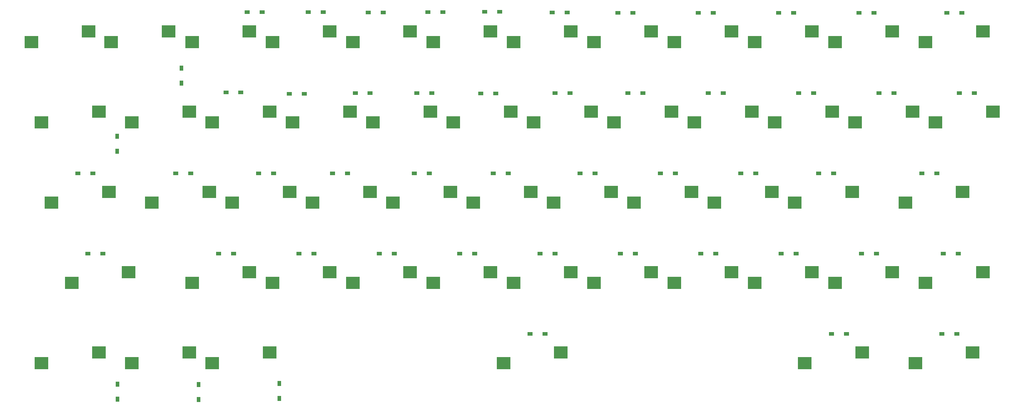
<source format=gbr>
%TF.GenerationSoftware,KiCad,Pcbnew,(7.0.0)*%
%TF.CreationDate,2024-09-06T15:26:17+09:00*%
%TF.ProjectId,rowlow52,726f776c-6f77-4353-922e-6b696361645f,rev?*%
%TF.SameCoordinates,Original*%
%TF.FileFunction,Paste,Bot*%
%TF.FilePolarity,Positive*%
%FSLAX46Y46*%
G04 Gerber Fmt 4.6, Leading zero omitted, Abs format (unit mm)*
G04 Created by KiCad (PCBNEW (7.0.0)) date 2024-09-06 15:26:17*
%MOMM*%
%LPD*%
G01*
G04 APERTURE LIST*
%ADD10R,3.300000X3.000000*%
%ADD11R,1.300000X0.950000*%
%ADD12R,0.950000X1.300000*%
G04 APERTURE END LIST*
D10*
%TO.C,SW23*%
X244962499Y-99813699D03*
X258562499Y-97273699D03*
%TD*%
D11*
%TO.C,D29*%
X140493799Y-111918699D03*
X144043799Y-111918699D03*
%TD*%
%TO.C,D3*%
X115324999Y-73699999D03*
X118874999Y-73699999D03*
%TD*%
%TO.C,D39*%
X132181299Y-130968699D03*
X135731299Y-130968699D03*
%TD*%
D10*
%TO.C,SW3*%
X87799999Y-80763699D03*
X101399999Y-78223699D03*
%TD*%
D11*
%TO.C,D33*%
X217906299Y-111918699D03*
X221456299Y-111918699D03*
%TD*%
%TO.C,D6*%
X157199999Y-73549999D03*
X160749999Y-73549999D03*
%TD*%
D10*
%TO.C,SW8*%
X183049999Y-80763699D03*
X196649999Y-78223699D03*
%TD*%
%TO.C,SW39*%
X125899999Y-137913699D03*
X139499999Y-135373699D03*
%TD*%
D11*
%TO.C,D20*%
X191106299Y-92868699D03*
X194656299Y-92868699D03*
%TD*%
%TO.C,D9*%
X207774999Y-73818699D03*
X211324999Y-73818699D03*
%TD*%
%TO.C,D52*%
X265531299Y-150018699D03*
X269081299Y-150018699D03*
%TD*%
D10*
%TO.C,SW32*%
X192574999Y-118863699D03*
X206174999Y-116323699D03*
%TD*%
D11*
%TO.C,D18*%
X156224999Y-92949999D03*
X159774999Y-92949999D03*
%TD*%
D12*
%TO.C,D48*%
X89324999Y-165599999D03*
X89324999Y-162049999D03*
%TD*%
D10*
%TO.C,SW35*%
X256868799Y-118863699D03*
X270468799Y-116323699D03*
%TD*%
D11*
%TO.C,D38*%
X113131299Y-130968699D03*
X116681299Y-130968699D03*
%TD*%
D10*
%TO.C,SW6*%
X144949999Y-80763699D03*
X158549999Y-78223699D03*
%TD*%
D11*
%TO.C,D24*%
X269687499Y-92868699D03*
X273237499Y-92868699D03*
%TD*%
D10*
%TO.C,SW19*%
X168762499Y-99813699D03*
X182362499Y-97273699D03*
%TD*%
D11*
%TO.C,D45*%
X246481299Y-130968699D03*
X250031299Y-130968699D03*
%TD*%
D10*
%TO.C,SW43*%
X202099999Y-137913699D03*
X215699999Y-135373699D03*
%TD*%
D11*
%TO.C,D40*%
X151231299Y-130968699D03*
X154781299Y-130968699D03*
%TD*%
D10*
%TO.C,SW30*%
X154474999Y-118863699D03*
X168074999Y-116323699D03*
%TD*%
D11*
%TO.C,D23*%
X250637499Y-92868699D03*
X254187499Y-92868699D03*
%TD*%
D10*
%TO.C,SW13*%
X52081299Y-99813699D03*
X65681299Y-97273699D03*
%TD*%
%TO.C,SW28*%
X116374999Y-118863699D03*
X129974999Y-116323699D03*
%TD*%
D11*
%TO.C,D43*%
X208381299Y-130968699D03*
X211931299Y-130968699D03*
%TD*%
D10*
%TO.C,SW42*%
X183049999Y-137913699D03*
X196649999Y-135373699D03*
%TD*%
D11*
%TO.C,D46*%
X265839499Y-130968699D03*
X269389499Y-130968699D03*
%TD*%
D10*
%TO.C,SW16*%
X111612499Y-99813699D03*
X125212499Y-97273699D03*
%TD*%
%TO.C,SW15*%
X92562499Y-99813699D03*
X106162499Y-97273699D03*
%TD*%
%TO.C,SW41*%
X163999999Y-137913699D03*
X177599999Y-135373699D03*
%TD*%
%TO.C,SW44*%
X221149999Y-137913699D03*
X234749999Y-135373699D03*
%TD*%
%TO.C,SW47*%
X52081299Y-156963699D03*
X65681299Y-154423699D03*
%TD*%
%TO.C,SW4*%
X106849999Y-80763699D03*
X120449999Y-78223699D03*
%TD*%
%TO.C,SW40*%
X144949999Y-137913699D03*
X158549999Y-135373699D03*
%TD*%
%TO.C,SW50*%
X161668799Y-157003699D03*
X175168799Y-154463699D03*
%TD*%
%TO.C,SW22*%
X225912499Y-99813699D03*
X239512499Y-97273699D03*
%TD*%
%TO.C,SW27*%
X97324999Y-118863699D03*
X110924999Y-116323699D03*
%TD*%
D11*
%TO.C,D28*%
X121097499Y-111918699D03*
X124647499Y-111918699D03*
%TD*%
D10*
%TO.C,SW52*%
X259249999Y-156963699D03*
X272849999Y-154423699D03*
%TD*%
%TO.C,SW24*%
X264012499Y-99813699D03*
X277612499Y-97273699D03*
%TD*%
%TO.C,SW37*%
X87799999Y-137913699D03*
X101399999Y-135373699D03*
%TD*%
D11*
%TO.C,D4*%
X129574999Y-73774999D03*
X133124999Y-73774999D03*
%TD*%
D10*
%TO.C,SW20*%
X187812499Y-99813699D03*
X201412499Y-97273699D03*
%TD*%
D11*
%TO.C,D14*%
X95824999Y-92749999D03*
X99374999Y-92749999D03*
%TD*%
D10*
%TO.C,SW2*%
X68606299Y-80759999D03*
X82206299Y-78219999D03*
%TD*%
D11*
%TO.C,D10*%
X226824999Y-73818699D03*
X230374999Y-73818699D03*
%TD*%
%TO.C,D41*%
X170281299Y-130968699D03*
X173831299Y-130968699D03*
%TD*%
D12*
%TO.C,D1*%
X85249999Y-90524999D03*
X85249999Y-86974999D03*
%TD*%
D10*
%TO.C,SW1*%
X49699999Y-80763699D03*
X63299999Y-78223699D03*
%TD*%
%TO.C,SW12*%
X261631299Y-80763699D03*
X275231299Y-78223699D03*
%TD*%
D11*
%TO.C,D51*%
X239337499Y-150018699D03*
X242887499Y-150018699D03*
%TD*%
D10*
%TO.C,SW49*%
X92562499Y-156963699D03*
X106162499Y-154423699D03*
%TD*%
D11*
%TO.C,D34*%
X236349999Y-111918699D03*
X239899999Y-111918699D03*
%TD*%
%TO.C,D15*%
X110849999Y-93049999D03*
X114399999Y-93049999D03*
%TD*%
%TO.C,D2*%
X100874999Y-73649999D03*
X104424999Y-73649999D03*
%TD*%
%TO.C,D27*%
X103606299Y-111918699D03*
X107156299Y-111918699D03*
%TD*%
D10*
%TO.C,SW17*%
X130662499Y-99813699D03*
X144262499Y-97273699D03*
%TD*%
%TO.C,SW21*%
X206862499Y-99813699D03*
X220462499Y-97273699D03*
%TD*%
D11*
%TO.C,D25*%
X60743799Y-111918699D03*
X64293799Y-111918699D03*
%TD*%
D10*
%TO.C,SW5*%
X125899999Y-80763699D03*
X139499999Y-78223699D03*
%TD*%
D11*
%TO.C,D12*%
X266699999Y-73818699D03*
X270249999Y-73818699D03*
%TD*%
%TO.C,D21*%
X210156299Y-92868699D03*
X213706299Y-92868699D03*
%TD*%
D10*
%TO.C,SW29*%
X135424999Y-118863699D03*
X149024999Y-116323699D03*
%TD*%
%TO.C,SW26*%
X78274999Y-118863699D03*
X91874999Y-116323699D03*
%TD*%
D11*
%TO.C,D16*%
X126474999Y-92849999D03*
X130024999Y-92849999D03*
%TD*%
%TO.C,D7*%
X173199999Y-73724999D03*
X176749999Y-73724999D03*
%TD*%
D10*
%TO.C,SW25*%
X54462499Y-118863699D03*
X68062499Y-116323699D03*
%TD*%
%TO.C,SW36*%
X59274999Y-137953699D03*
X72774999Y-135413699D03*
%TD*%
D11*
%TO.C,D22*%
X231587499Y-92868699D03*
X235137499Y-92868699D03*
%TD*%
%TO.C,D36*%
X63124999Y-130968699D03*
X66674999Y-130968699D03*
%TD*%
%TO.C,D50*%
X167899999Y-150018699D03*
X171449999Y-150018699D03*
%TD*%
%TO.C,D8*%
X188724999Y-73818699D03*
X192274999Y-73818699D03*
%TD*%
D10*
%TO.C,SW51*%
X233056299Y-156963699D03*
X246656299Y-154423699D03*
%TD*%
D11*
%TO.C,D35*%
X260768799Y-111918699D03*
X264318799Y-111918699D03*
%TD*%
%TO.C,D11*%
X245874999Y-73818699D03*
X249424999Y-73818699D03*
%TD*%
D10*
%TO.C,SW7*%
X163999999Y-80763699D03*
X177599999Y-78223699D03*
%TD*%
D11*
%TO.C,D32*%
X198856299Y-111918699D03*
X202406299Y-111918699D03*
%TD*%
D10*
%TO.C,SW18*%
X149712499Y-99813699D03*
X163312499Y-97273699D03*
%TD*%
%TO.C,SW14*%
X73512499Y-99813699D03*
X87112499Y-97273699D03*
%TD*%
%TO.C,SW33*%
X211624999Y-118863699D03*
X225224999Y-116323699D03*
%TD*%
D11*
%TO.C,D26*%
X83949999Y-111918699D03*
X87499999Y-111918699D03*
%TD*%
D10*
%TO.C,SW48*%
X73512499Y-156963699D03*
X87112499Y-154423699D03*
%TD*%
D11*
%TO.C,D17*%
X141099999Y-92849999D03*
X144649999Y-92849999D03*
%TD*%
%TO.C,D19*%
X173831299Y-92868699D03*
X177381299Y-92868699D03*
%TD*%
%TO.C,D31*%
X179806299Y-111918699D03*
X183356299Y-111918699D03*
%TD*%
D10*
%TO.C,SW11*%
X240199999Y-80763699D03*
X253799999Y-78223699D03*
%TD*%
%TO.C,SW34*%
X230674999Y-118863699D03*
X244274999Y-116323699D03*
%TD*%
D12*
%TO.C,D49*%
X108499999Y-165324999D03*
X108499999Y-161774999D03*
%TD*%
D10*
%TO.C,SW45*%
X240199999Y-137913699D03*
X253799999Y-135373699D03*
%TD*%
D12*
%TO.C,D47*%
X70124999Y-165524999D03*
X70124999Y-161974999D03*
%TD*%
D10*
%TO.C,SW38*%
X106849999Y-137913699D03*
X120449999Y-135373699D03*
%TD*%
%TO.C,SW46*%
X261631299Y-137913699D03*
X275231299Y-135373699D03*
%TD*%
D11*
%TO.C,D42*%
X189331299Y-130968699D03*
X192881299Y-130968699D03*
%TD*%
D10*
%TO.C,SW9*%
X202099999Y-80763699D03*
X215699999Y-78223699D03*
%TD*%
D11*
%TO.C,D44*%
X227431299Y-130968699D03*
X230981299Y-130968699D03*
%TD*%
D10*
%TO.C,SW10*%
X221149999Y-80763699D03*
X234749999Y-78223699D03*
%TD*%
D11*
%TO.C,D5*%
X143699999Y-73699999D03*
X147249999Y-73699999D03*
%TD*%
D10*
%TO.C,SW31*%
X173524999Y-118863699D03*
X187124999Y-116323699D03*
%TD*%
D11*
%TO.C,D37*%
X94081299Y-130968699D03*
X97631299Y-130968699D03*
%TD*%
%TO.C,D30*%
X159197499Y-111918699D03*
X162747499Y-111918699D03*
%TD*%
D12*
%TO.C,D13*%
X69999999Y-106649999D03*
X69999999Y-103099999D03*
%TD*%
M02*

</source>
